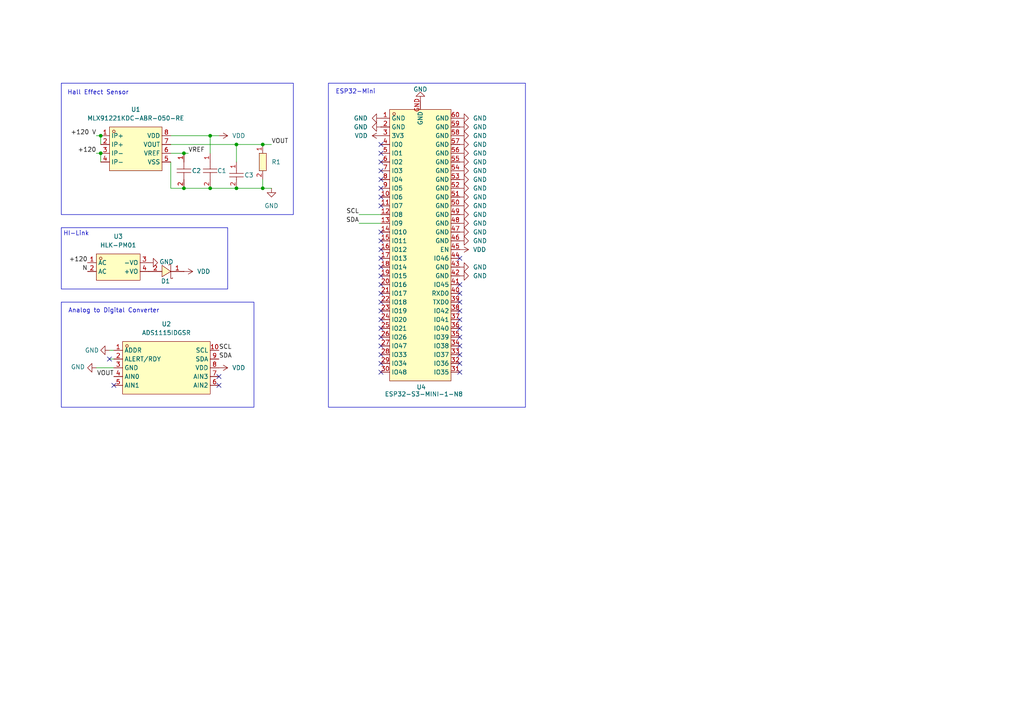
<source format=kicad_sch>
(kicad_sch (version 20250114) (generator "eeschema") (generator_version "9.0")
  (paper "A4")
  (title_block (title "LIQ PCB V2") (date "2026-01-25") (rev "V1") (company "LIQ"))
  (lib_symbols
    (symbol "10k:RC0603FR-0710KL" (pin_names (hide yes))
      (property "Reference" "R" (at 0 5.08 0))
      (property "Value" "RC0603FR-0710KL" (at 0 -5.08 0))
      (symbol "RC0603FR-0710KL_0_1"
        (rectangle (start -2.54 1.02) (end 2.54 -1.02) (fill (type background)))
        (pin input line (at -5.08 0 0) (length 2.54) (name "1") (number "1"))
        (pin input line (at 5.08 0 180) (length 2.54) (name "2") (number "2"))
      )
    )
    (symbol "4.7 nF:GRM1885C1H472JA01D" (pin_names (hide yes))
      (property "Reference" "C" (at 0 5.08 0))
      (property "Value" "GRM1885C1H472JA01D" (at 0 -5.08 0))
      (symbol "GRM1885C1H472JA01D_0_1"
        (polyline (pts (xy -1.27 0) (xy -0.51 0)))
        (polyline (pts (xy -0.51 2.03) (xy -0.51 -2.03)))
        (polyline (pts (xy 0.51 2.03) (xy 0.51 -2.03)))
        (polyline (pts (xy 0.51 0) (xy 1.27 0)))
        (pin input line (at -3.81 0 0) (length 2.54) (name "1") (number "1"))
        (pin input line (at 3.81 0 180) (length 2.54) (name "2") (number "2"))
      )
    )
    (symbol "C1:CL05B473KB5VPNC" (pin_names (hide yes))
      (property "Reference" "C" (at 0 10.16 0))
      (property "Value" "CL05B473KB5VPNC" (at 0 -10.16 0))
      (symbol "CL05B473KB5VPNC_0_1"
        (polyline (pts (xy -2.03 0.51) (xy 2.03 0.51)))
        (polyline (pts (xy 0 0.51) (xy 0 2.54)))
        (polyline (pts (xy 0 -2.54) (xy 0 -0.51)))
        (polyline (pts (xy 2.03 -0.51) (xy -2.03 -0.51)))
        (pin unspecified line (at 0 5.08 270) (length 2.54) (name "1") (number "1"))
        (pin unspecified line (at 0 -5.08 90) (length 2.54) (name "2") (number "2"))
      )
    )
    (symbol "CL05B473KB5VPNC_1" (pin_names (hide yes))
      (property "Reference" "C" (at 0 10.16 0))
      (property "Value" "CL05B473KB5VPNC" (at 0 -10.16 0))
      (symbol "CL05B473KB5VPNC_1_0_1"
        (polyline (pts (xy -2.03 0.51) (xy 2.03 0.51)))
        (polyline (pts (xy 0 0.51) (xy 0 2.54)))
        (polyline (pts (xy 0 -2.54) (xy 0 -0.51)))
        (polyline (pts (xy 2.03 -0.51) (xy -2.03 -0.51)))
        (pin unspecified line (at 0 5.08 270) (length 2.54) (name "1") (number "1"))
        (pin unspecified line (at 0 -5.08 90) (length 2.54) (name "2") (number "2"))
      )
    )
    (symbol "ESPRESSIF ESP32-S3-MINI-1-N8:ESP32-S3-MINI-1-N8"
      (property "Reference" "U" (at 0 46.99 0))
      (property "Value" "ESP32-S3-MINI-1-N8" (at 0 -41.91 0))
      (symbol "ESP32-S3-MINI-1-N8_0_1"
        (rectangle (start -8.89 39.37) (end 8.89 -39.37) (fill (type background)))
        (circle (center -7.62 38.1) (radius 0.38))
        (pin unspecified line (at -11.43 36.83 0) (length 2.54) (name "GND") (number "1"))
        (pin unspecified line (at -11.43 34.29 0) (length 2.54) (name "GND") (number "2"))
        (pin unspecified line (at -11.43 31.75 0) (length 2.54) (name "3V3") (number "3"))
        (pin unspecified line (at -11.43 29.21 0) (length 2.54) (name "IO0") (number "4"))
        (pin unspecified line (at -11.43 26.67 0) (length 2.54) (name "IO1") (number "5"))
        (pin unspecified line (at -11.43 24.13 0) (length 2.54) (name "IO2") (number "6"))
        (pin unspecified line (at -11.43 21.59 0) (length 2.54) (name "IO3") (number "7"))
        (pin unspecified line (at -11.43 19.05 0) (length 2.54) (name "IO4") (number "8"))
        (pin unspecified line (at -11.43 16.51 0) (length 2.54) (name "IO5") (number "9"))
        (pin unspecified line (at -11.43 13.97 0) (length 2.54) (name "IO6") (number "10"))
        (pin unspecified line (at -11.43 11.43 0) (length 2.54) (name "IO7") (number "11"))
        (pin unspecified line (at -11.43 8.89 0) (length 2.54) (name "IO8") (number "12"))
        (pin unspecified line (at -11.43 6.35 0) (length 2.54) (name "IO9") (number "13"))
        (pin unspecified line (at -11.43 3.81 0) (length 2.54) (name "IO10") (number "14"))
        (pin unspecified line (at -11.43 1.27 0) (length 2.54) (name "IO11") (number "15"))
        (pin unspecified line (at -11.43 -1.27 0) (length 2.54) (name "IO12") (number "16"))
        (pin unspecified line (at -11.43 -3.81 0) (length 2.54) (name "IO13") (number "17"))
        (pin unspecified line (at -11.43 -6.35 0) (length 2.54) (name "IO14") (number "18"))
        (pin unspecified line (at -11.43 -8.89 0) (length 2.54) (name "IO15") (number "19"))
        (pin unspecified line (at -11.43 -11.43 0) (length 2.54) (name "IO16") (number "20"))
        (pin unspecified line (at -11.43 -13.97 0) (length 2.54) (name "IO17") (number "21"))
        (pin unspecified line (at -11.43 -16.51 0) (length 2.54) (name "IO18") (number "22"))
        (pin unspecified line (at -11.43 -19.05 0) (length 2.54) (name "IO19") (number "23"))
        (pin unspecified line (at -11.43 -21.59 0) (length 2.54) (name "IO20") (number "24"))
        (pin unspecified line (at -11.43 -24.13 0) (length 2.54) (name "IO21") (number "25"))
        (pin unspecified line (at -11.43 -26.67 0) (length 2.54) (name "IO26") (number "26"))
        (pin unspecified line (at -11.43 -29.21 0) (length 2.54) (name "IO47") (number "27"))
        (pin unspecified line (at -11.43 -31.75 0) (length 2.54) (name "IO33") (number "28"))
        (pin unspecified line (at -11.43 -34.29 0) (length 2.54) (name "IO34") (number "29"))
        (pin unspecified line (at -11.43 -36.83 0) (length 2.54) (name "IO48") (number "30"))
        (pin unspecified line (at 0 41.91 270) (length 2.54) (name "GND") (number "GND"))
        (pin unspecified line (at 11.43 36.83 180) (length 2.54) (name "GND") (number "60"))
        (pin unspecified line (at 11.43 34.29 180) (length 2.54) (name "GND") (number "59"))
        (pin unspecified line (at 11.43 31.75 180) (length 2.54) (name "GND") (number "58"))
        (pin unspecified line (at 11.43 29.21 180) (length 2.54) (name "GND") (number "57"))
        (pin unspecified line (at 11.43 26.67 180) (length 2.54) (name "GND") (number "56"))
        (pin unspecified line (at 11.43 24.13 180) (length 2.54) (name "GND") (number "55"))
        (pin unspecified line (at 11.43 21.59 180) (length 2.54) (name "GND") (number "54"))
        (pin unspecified line (at 11.43 19.05 180) (length 2.54) (name "GND") (number "53"))
        (pin unspecified line (at 11.43 16.51 180) (length 2.54) (name "GND") (number "52"))
        (pin unspecified line (at 11.43 13.97 180) (length 2.54) (name "GND") (number "51"))
        (pin unspecified line (at 11.43 11.43 180) (length 2.54) (name "GND") (number "50"))
        (pin unspecified line (at 11.43 8.89 180) (length 2.54) (name "GND") (number "49"))
        (pin unspecified line (at 11.43 6.35 180) (length 2.54) (name "GND") (number "48"))
        (pin unspecified line (at 11.43 3.81 180) (length 2.54) (name "GND") (number "47"))
        (pin unspecified line (at 11.43 1.27 180) (length 2.54) (name "GND") (number "46"))
        (pin unspecified line (at 11.43 -1.27 180) (length 2.54) (name "EN") (number "45"))
        (pin unspecified line (at 11.43 -3.81 180) (length 2.54) (name "IO46") (number "44"))
        (pin unspecified line (at 11.43 -6.35 180) (length 2.54) (name "GND") (number "43"))
        (pin unspecified line (at 11.43 -8.89 180) (length 2.54) (name "GND") (number "42"))
        (pin unspecified line (at 11.43 -11.43 180) (length 2.54) (name "IO45") (number "41"))
        (pin unspecified line (at 11.43 -13.97 180) (length 2.54) (name "RXD0") (number "40"))
        (pin unspecified line (at 11.43 -16.51 180) (length 2.54) (name "TXD0") (number "39"))
        (pin unspecified line (at 11.43 -19.05 180) (length 2.54) (name "IO42") (number "38"))
        (pin unspecified line (at 11.43 -21.59 180) (length 2.54) (name "IO41") (number "37"))
        (pin unspecified line (at 11.43 -24.13 180) (length 2.54) (name "IO40") (number "36"))
        (pin unspecified line (at 11.43 -26.67 180) (length 2.54) (name "IO39") (number "35"))
        (pin unspecified line (at 11.43 -29.21 180) (length 2.54) (name "IO38") (number "34"))
        (pin unspecified line (at 11.43 -31.75 180) (length 2.54) (name "IO37") (number "33"))
        (pin unspecified line (at 11.43 -34.29 180) (length 2.54) (name "IO36") (number "32"))
        (pin unspecified line (at 11.43 -36.83 180) (length 2.54) (name "IO35") (number "31"))
      )
    )
    (symbol "HI-LINK HLK-PM01:HLK-PM01"
      (property "Reference" "U" (at 0 6.35 0))
      (property "Value" "HLK-PM01" (at 0 -6.35 0))
      (symbol "HLK-PM01_0_1"
        (rectangle (start -6.35 3.81) (end 6.35 -3.81) (fill (type background)))
        (circle (center -5.08 2.54) (radius 0.38))
        (pin unspecified line (at -8.89 1.27 0) (length 2.54) (name "AC") (number "1"))
        (pin unspecified line (at -8.89 -1.27 0) (length 2.54) (name "AC") (number "2"))
        (pin unspecified line (at 8.89 1.27 180) (length 2.54) (name "-VO") (number "3"))
        (pin unspecified line (at 8.89 -1.27 180) (length 2.54) (name "+VO") (number "4"))
      )
    )
    (symbol "Melexis MLX91221KDC-ABR-050-RE:MLX91221KDC-ABR-050-RE"
      (property "Reference" "U" (at 0 10.16 0))
      (property "Value" "MLX91221KDC-ABR-050-RE" (at 0 -7.62 0))
      (symbol "MLX91221KDC-ABR-050-RE_0_1"
        (rectangle (start -7.62 7.62) (end 7.62 -5.08) (fill (type background)))
        (circle (center -6.35 6.35) (radius 0.38))
        (pin unspecified line (at -10.16 5.08 0) (length 2.54) (name "IP+") (number "1"))
        (pin unspecified line (at -10.16 2.54 0) (length 2.54) (name "IP+") (number "2"))
        (pin unspecified line (at -10.16 0 0) (length 2.54) (name "IP-") (number "3"))
        (pin unspecified line (at -10.16 -2.54 0) (length 2.54) (name "IP-") (number "4"))
        (pin unspecified line (at 10.16 5.08 180) (length 2.54) (name "VDD") (number "8"))
        (pin unspecified line (at 10.16 2.54 180) (length 2.54) (name "VOUT") (number "7"))
        (pin unspecified line (at 10.16 0 180) (length 2.54) (name "VREF") (number "6"))
        (pin unspecified line (at 10.16 -2.54 180) (length 2.54) (name "VSS") (number "5"))
      )
    )
    (symbol "SS14:SS14_C466498" (pin_names (hide yes))
      (property "Reference" "D" (at 0 5.08 0))
      (property "Value" "SS14_C466498" (at 0 -5.08 0))
      (symbol "SS14_C466498_0_1"
        (polyline (pts (xy -1.78 1.78) (xy -1.78 2.03) (xy -1.27 2.03) (xy -1.27 -2.03) (xy -0.76 -2.03) (xy -0.76 -1.78)))
        (polyline (pts (xy 1.27 1.52) (xy -1.27 0) (xy 1.27 -1.78) (xy 1.27 1.52)) (fill (type background)))
        (pin unspecified line (at -5.08 0 0) (length 3.81) (name "C") (number "1"))
        (pin unspecified line (at 5.08 0 180) (length 3.81) (name "A") (number "2"))
      )
    )
    (symbol "TI ADS1115IDGSR:ADS1115IDGSR"
      (property "Reference" "U" (at 0 10.16 0))
      (property "Value" "ADS1115IDGSR" (at 0 -10.16 0))
      (symbol "ADS1115IDGSR_0_1"
        (rectangle (start -12.7 7.62) (end 12.7 -7.62) (fill (type background)))
        (circle (center -11.43 6.35) (radius 0.38))
        (pin unspecified line (at -15.24 5.08 0) (length 2.54) (name "ADDR") (number "1"))
        (pin unspecified line (at -15.24 2.54 0) (length 2.54) (name "ALERT/RDY") (number "2"))
        (pin unspecified line (at -15.24 0 0) (length 2.54) (name "GND") (number "3"))
        (pin unspecified line (at -15.24 -2.54 0) (length 2.54) (name "AIN0") (number "4"))
        (pin unspecified line (at -15.24 -5.08 0) (length 2.54) (name "AIN1") (number "5"))
        (pin unspecified line (at 15.24 5.08 180) (length 2.54) (name "SCL") (number "10"))
        (pin unspecified line (at 15.24 2.54 180) (length 2.54) (name "SDA") (number "9"))
        (pin unspecified line (at 15.24 0 180) (length 2.54) (name "VDD") (number "8"))
        (pin unspecified line (at 15.24 -2.54 180) (length 2.54) (name "AIN3") (number "7"))
        (pin unspecified line (at 15.24 -5.08 180) (length 2.54) (name "AIN2") (number "6"))
      )
    )
    (symbol "power:GND" (power) (pin_numbers (hide yes)) (pin_names (offset 0) (hide yes))
      (property "Value" "GND" (at 0 -3.81 0))
      (symbol "GND_0_1"
        (polyline (pts (xy 0 0) (xy 0 -1.27) (xy 1.27 -1.27) (xy 0 -2.54) (xy -1.27 -1.27) (xy 0 -1.27)))
      )
      (symbol "GND_1_1"
        (pin power_in line (at 0 0 270) (length 0) (name "~") (number "1"))
      )
    )
    (symbol "power:VDD" (power) (pin_numbers (hide yes)) (pin_names (offset 0) (hide yes))
      (property "Value" "VDD" (at 0 3.556 0))
      (symbol "VDD_0_1"
        (polyline (pts (xy -0.762 1.27) (xy 0 2.54)))
        (polyline (pts (xy 0 2.54) (xy 0.762 1.27)))
        (polyline (pts (xy 0 0) (xy 0 2.54)))
      )
      (symbol "VDD_1_1"
        (pin power_in line (at 0 0 90) (length 0) (name "~") (number "1"))
      )
    )
  )
  (rectangle (start 17.78 66.04) (end 66.04 83.82))
  (rectangle (start 95.25 24.13) (end 152.4 118.11))
  (rectangle (start 17.78 87.63) (end 73.66 118.11))
  (rectangle (start 17.78 24.13) (end 85.09 62.23))
  (text "ESP32-Mini" (at 103.124 26.67 0) (effects (font (size 1.27 1.27))))
  (text "Analog to Digital Converter\n" (at 33.02 90.17 0) (effects (font (size 1.27 1.27))))
  (text "Hall Effect Sensor\n" (at 28.448 26.924 0) (effects (font (size 1.27 1.27))))
  (text "HI-Link" (at 22.098 67.818 0) (effects (font (size 1.27 1.27))))
  (junction (at 68.58 41.91))
  (junction (at 29.21 39.37))
  (junction (at 29.21 44.45))
  (junction (at 53.34 54.61))
  (junction (at 68.58 54.61))
  (junction (at 76.2 54.61))
  (junction (at 53.34 44.45))
  (junction (at 60.96 54.61))
  (junction (at 76.2 41.91))
  (junction (at 60.96 39.37))
  (no_connect (at 110.49 57.15))
  (no_connect (at 110.49 87.63))
  (no_connect (at 110.49 69.85))
  (no_connect (at 133.35 95.25))
  (no_connect (at 110.49 85.09))
  (no_connect (at 110.49 105.41))
  (no_connect (at 110.49 52.07))
  (no_connect (at 63.5 109.22))
  (no_connect (at 110.49 72.39))
  (no_connect (at 110.49 54.61))
  (no_connect (at 133.35 105.41))
  (no_connect (at 110.49 74.93))
  (no_connect (at 63.5 111.76))
  (no_connect (at 133.35 102.87))
  (no_connect (at 133.35 97.79))
  (no_connect (at 110.49 82.55))
  (no_connect (at 110.49 102.87))
  (no_connect (at 133.35 92.71))
  (no_connect (at 110.49 80.01))
  (no_connect (at 133.35 100.33))
  (no_connect (at 110.49 49.53))
  (no_connect (at 133.35 90.17))
  (no_connect (at 33.02 111.76))
  (no_connect (at 133.35 107.95))
  (no_connect (at 133.35 85.09))
  (no_connect (at 110.49 59.69))
  (no_connect (at 110.49 107.95))
  (no_connect (at 110.49 95.25))
  (no_connect (at 110.49 90.17))
  (no_connect (at 31.75 104.14))
  (no_connect (at 133.35 87.63))
  (no_connect (at 110.49 100.33))
  (no_connect (at 110.49 46.99))
  (no_connect (at 110.49 92.71))
  (no_connect (at 133.35 74.93))
  (no_connect (at 110.49 77.47))
  (no_connect (at 110.49 41.91))
  (no_connect (at 110.49 97.79))
  (no_connect (at 133.35 82.55))
  (no_connect (at 110.49 44.45))
  (no_connect (at 110.49 67.31))
  (wire (pts (xy 60.96 39.37) (xy 49.53 39.37)))
  (wire (pts (xy 110.49 64.77) (xy 104.14 64.77)))
  (wire (pts (xy 76.2 54.61) (xy 78.74 54.61)))
  (wire (pts (xy 49.53 41.91) (xy 68.58 41.91)))
  (wire (pts (xy 76.2 52.07) (xy 76.2 54.61)))
  (wire (pts (xy 68.58 41.91) (xy 68.58 46.99)))
  (wire (pts (xy 68.58 54.61) (xy 76.2 54.61)))
  (wire (pts (xy 76.2 41.91) (xy 78.74 41.91)))
  (wire (pts (xy 49.53 46.99) (xy 49.53 54.61)))
  (wire (pts (xy 110.49 62.23) (xy 104.14 62.23)))
  (wire (pts (xy 29.21 44.45) (xy 29.21 46.99)))
  (wire (pts (xy 60.96 39.37) (xy 60.96 44.45)))
  (wire (pts (xy 49.53 54.61) (xy 53.34 54.61)))
  (wire (pts (xy 53.34 54.61) (xy 60.96 54.61)))
  (wire (pts (xy 27.94 44.45) (xy 29.21 44.45)))
  (wire (pts (xy 53.34 44.45) (xy 54.61 44.45)))
  (wire (pts (xy 60.96 54.61) (xy 68.58 54.61)))
  (wire (pts (xy 60.96 39.37) (xy 63.5 39.37)))
  (wire (pts (xy 68.58 41.91) (xy 76.2 41.91)))
  (wire (pts (xy 31.75 101.6) (xy 33.02 101.6)))
  (wire (pts (xy 49.53 44.45) (xy 53.34 44.45)))
  (wire (pts (xy 27.94 39.37) (xy 29.21 39.37)))
  (wire (pts (xy 27.94 106.68) (xy 33.02 106.68)))
  (wire (pts (xy 31.75 104.14) (xy 33.02 104.14)))
  (wire (pts (xy 29.21 39.37) (xy 29.21 41.91)))
  (label "VOUT" (at 33.02 109.22 180))
  (label "N" (at 25.4 78.74 180))
  (label "SCL" (at 63.5 101.6 0))
  (label "SCL" (at 104.14 62.23 180))
  (label "SDA" (at 104.14 64.77 180))
  (label "+120 V" (at 27.94 39.37 180))
  (label "+120" (at 25.4 76.2 180))
  (label "VOUT" (at 78.74 41.91 0))
  (label "SDA" (at 63.5 104.14 0))
  (label "VREF" (at 54.61 44.45 0))
  (label "+120" (at 27.94 44.45 180))
  (symbol (lib_id "power:VDD") (at 53.34 78.74 270) (unit 1)
    (property "Reference" "#PWR05" (effects (hide yes)))
    (property "Value" "VDD" (at 57.15 78.7399 90) (effects (justify left)))
    (property "Description" "Power symbol creates a global label with name \"VDD\"" (effects (hide yes)))
  )
  (symbol (lib_id "power:GND") (at 133.35 44.45 90) (unit 1)
    (property "Reference" "#PWR014" (effects (hide yes)))
    (property "Value" "GND" (at 137.16 44.4499 90) (effects (justify right)))
    (property "Description" "Power symbol creates a global label with name \"GND\" , ground" (effects (hide yes)))
  )
  (symbol (lib_id "power:GND") (at 133.35 69.85 90) (unit 1)
    (property "Reference" "#PWR024" (effects (hide yes)))
    (property "Value" "GND" (at 137.16 69.8499 90) (effects (justify right)))
    (property "Description" "Power symbol creates a global label with name \"GND\" , ground" (effects (hide yes)))
  )
  (symbol (lib_id "power:GND") (at 133.35 46.99 90) (unit 1)
    (property "Reference" "#PWR015" (effects (hide yes)))
    (property "Value" "GND" (at 137.16 46.9899 90) (effects (justify right)))
    (property "Description" "Power symbol creates a global label with name \"GND\" , ground" (effects (hide yes)))
  )
  (symbol (lib_id "power:GND") (at 121.92 29.21 180) (unit 1)
    (property "Reference" "#PWR029" (effects (hide yes)))
    (property "Value" "GND" (at 121.92 25.908 0))
    (property "Description" "Power symbol creates a global label with name \"GND\" , ground" (effects (hide yes)))
  )
  (symbol (lib_id "power:GND") (at 133.35 54.61 90) (unit 1)
    (property "Reference" "#PWR018" (effects (hide yes)))
    (property "Value" "GND" (at 137.16 54.6099 90) (effects (justify right)))
    (property "Description" "Power symbol creates a global label with name \"GND\" , ground" (effects (hide yes)))
  )
  (symbol (lib_id "power:GND") (at 133.35 64.77 90) (unit 1)
    (property "Reference" "#PWR022" (effects (hide yes)))
    (property "Value" "GND" (at 137.16 64.7699 90) (effects (justify right)))
    (property "Description" "Power symbol creates a global label with name \"GND\" , ground" (effects (hide yes)))
  )
  (symbol (lib_id "power:GND") (at 133.35 39.37 90) (unit 1)
    (property "Reference" "#PWR012" (effects (hide yes)))
    (property "Value" "GND" (at 137.16 39.3699 90) (effects (justify right)))
    (property "Description" "Power symbol creates a global label with name \"GND\" , ground" (effects (hide yes)))
  )
  (symbol (lib_id "4.7 nF:GRM1885C1H472JA01D") (at 68.58 50.8 270) (unit 1)
    (property "Reference" "C3" (at 70.866 50.8 90) (effects (justify left)))
    (property "Value" "4.7nF" (effects (hide yes)))
    (property "Footprint" "4:C0603" (effects (hide yes)))
    (property "Datasheet" "https://lcsc.com/product-detail/Multilayer-Ceramic-Capacitors-MLCC-SMD-SMT_muRata_GRM1885C1H472JA01D_4-7nF-472-5-50V_C85980.html" (effects (hide yes)))
    (property "LCSC Part" "C85980" (effects (hide yes)))
  )
  (symbol (lib_id "power:GND") (at 133.35 59.69 90) (unit 1)
    (property "Reference" "#PWR020" (effects (hide yes)))
    (property "Value" "GND" (at 137.16 59.6899 90) (effects (justify right)))
    (property "Description" "Power symbol creates a global label with name \"GND\" , ground" (effects (hide yes)))
  )
  (symbol (lib_id "power:GND") (at 78.74 54.61 0) (unit 1)
    (property "Reference" "#PWR02" (effects (hide yes)))
    (property "Value" "GND" (at 78.74 59.69 0))
    (property "Description" "Power symbol creates a global label with name \"GND\" , ground" (effects (hide yes)))
  )
  (symbol (lib_id "HI-LINK HLK-PM01:HLK-PM01") (at 34.29 77.47 0) (unit 1)
    (property "Reference" "U3" (at 34.29 68.58 0))
    (property "Value" "HLK-PM01" (at 34.29 71.12 0))
    (property "Footprint" "HI-LINK HLK-PM01:PWRM-TH_HLK-PM01" (effects (hide yes)))
    (property "Datasheet" "https://lcsc.com/product-detail/New-Arrivals_HI-LINK-HLK-PM01_C209903.html" (effects (hide yes)))
    (property "LCSC Part" "C209903" (effects (hide yes)))
  )
  (symbol (lib_id "power:GND") (at 133.35 80.01 90) (unit 1)
    (property "Reference" "#PWR028" (effects (hide yes)))
    (property "Value" "GND" (at 137.16 80.0099 90) (effects (justify right)))
    (property "Description" "Power symbol creates a global label with name \"GND\" , ground" (effects (hide yes)))
  )
  (symbol (lib_id "power:GND") (at 110.49 34.29 270) (unit 1)
    (property "Reference" "#PWR08" (effects (hide yes)))
    (property "Value" "GND" (at 106.68 34.2899 90) (effects (justify right)))
    (property "Description" "Power symbol creates a global label with name \"GND\" , ground" (effects (hide yes)))
  )
  (symbol (lib_id "ESPRESSIF ESP32-S3-MINI-1-N8:ESP32-S3-MINI-1-N8") (at 121.92 71.12 0) (unit 1)
    (property "Reference" "U4" (at 122.174 112.268 0))
    (property "Value" "ESP32-S3-MINI-1-N8" (at 122.936 114.3 0))
    (property "Footprint" "ESPRESSIF ESP32-S3-MINI-1-N8:BULETM-SMD_ESP32-S3-MINI-1-N8" (effects (hide yes)))
    (property "LCSC Part" "C2913206" (effects (hide yes)))
  )
  (symbol (lib_id "10k:RC0603FR-0710KL") (at 76.2 46.99 270) (unit 1)
    (property "Reference" "R1" (at 78.74 46.9899 90) (effects (justify left)))
    (property "Value" "RC0603FR-0710KL" (effects (hide yes)))
    (property "Footprint" "10k:R0603" (effects (hide yes)))
    (property "Datasheet" "https://lcsc.com/product-detail/Chip-Resistor-Surface-Mount_10KR-1_C98220.html" (effects (hide yes)))
    (property "LCSC Part" "C98220" (effects (hide yes)))
  )
  (symbol (lib_id "C1:CL05B473KB5VPNC") (at 60.96 49.53 0) (unit 1)
    (property "Reference" "C1" (at 62.992 49.53 0) (effects (justify left)))
    (property "Value" "47nF" (effects (hide yes)))
    (property "Footprint" "C1:C0402" (effects (hide yes)))
    (property "Datasheet" "https://lcsc.com/product-detail/Others_Samsung-Electro-Mechanics_CL05B473KB5VPNC_Samsung-Electro-Mechanics-CL05B473KB5VPNC_C307339.html" (effects (hide yes)))
    (property "LCSC Part" "C307339" (effects (hide yes)))
  )
  (symbol (lib_id "power:VDD") (at 63.5 106.68 270) (unit 1)
    (property "Reference" "#PWR07" (effects (hide yes)))
    (property "Value" "VDD" (at 67.31 106.6799 90) (effects (justify left)))
    (property "Description" "Power symbol creates a global label with name \"VDD\"" (effects (hide yes)))
  )
  (symbol (lib_id "power:GND") (at 133.35 62.23 90) (unit 1)
    (property "Reference" "#PWR021" (effects (hide yes)))
    (property "Value" "GND" (at 137.16 62.2299 90) (effects (justify right)))
    (property "Description" "Power symbol creates a global label with name \"GND\" , ground" (effects (hide yes)))
  )
  (symbol (lib_id "power:GND") (at 133.35 52.07 90) (unit 1)
    (property "Reference" "#PWR017" (effects (hide yes)))
    (property "Value" "GND" (at 137.16 52.0699 90) (effects (justify right)))
    (property "Description" "Power symbol creates a global label with name \"GND\" , ground" (effects (hide yes)))
  )
  (symbol (lib_id "power:VDD") (at 110.49 39.37 90) (unit 1)
    (property "Reference" "#PWR025" (effects (hide yes)))
    (property "Value" "VDD" (at 106.68 39.3701 90) (effects (justify left)))
    (property "Description" "Power symbol creates a global label with name \"VDD\"" (effects (hide yes)))
  )
  (symbol (lib_id "power:GND") (at 133.35 57.15 90) (unit 1)
    (property "Reference" "#PWR019" (effects (hide yes)))
    (property "Value" "GND" (at 137.16 57.1499 90) (effects (justify right)))
    (property "Description" "Power symbol creates a global label with name \"GND\" , ground" (effects (hide yes)))
  )
  (symbol (lib_id "TI ADS1115IDGSR:ADS1115IDGSR") (at 48.26 106.68 0) (unit 1)
    (property "Reference" "U2" (at 48.26 93.98 0))
    (property "Value" "ADS1115IDGSR" (at 48.26 96.52 0))
    (property "Footprint" "TI ADS1115IDGSR:MSOP-10_L3.0-W3.0-P0.50-LS5.0-BL" (effects (hide yes)))
    (property "Datasheet" "https://lcsc.com/product-detail/Analog-To-Digital-Converters-ADCs_TI_ADS1115IDGSR_ADS1115IDGSR_C37593.html" (effects (hide yes)))
    (property "LCSC Part" "C37593" (effects (hide yes)))
  )
  (symbol (lib_id "power:GND") (at 31.75 101.6 270) (unit 1)
    (property "Reference" "#PWR04" (effects (hide yes)))
    (property "Value" "GND" (at 28.702 101.6 90) (effects (justify right)))
    (property "Description" "Power symbol creates a global label with name \"GND\" , ground" (effects (hide yes)))
  )
  (symbol (lib_id "power:GND") (at 43.18 76.2 90) (unit 1)
    (property "Reference" "#PWR06" (effects (hide yes)))
    (property "Value" "GND" (at 46.228 75.946 90) (effects (justify right)))
    (property "Description" "Power symbol creates a global label with name \"GND\" , ground" (effects (hide yes)))
  )
  (symbol (lib_id "power:GND") (at 27.94 106.68 270) (unit 1)
    (property "Reference" "#PWR03" (effects (hide yes)))
    (property "Value" "GND" (at 24.638 106.426 90) (effects (justify right)))
    (property "Description" "Power symbol creates a global label with name \"GND\" , ground" (effects (hide yes)))
  )
  (symbol (lib_id "power:GND") (at 133.35 77.47 90) (unit 1)
    (property "Reference" "#PWR027" (effects (hide yes)))
    (property "Value" "GND" (at 137.16 77.4699 90) (effects (justify right)))
    (property "Description" "Power symbol creates a global label with name \"GND\" , ground" (effects (hide yes)))
  )
  (symbol (lib_id "power:GND") (at 110.49 36.83 270) (unit 1)
    (property "Reference" "#PWR09" (effects (hide yes)))
    (property "Value" "GND" (at 106.68 36.8299 90) (effects (justify right)))
    (property "Description" "Power symbol creates a global label with name \"GND\" , ground" (effects (hide yes)))
  )
  (symbol (lib_id "power:VDD") (at 63.5 39.37 270) (unit 1)
    (property "Reference" "#PWR01" (effects (hide yes)))
    (property "Value" "VDD" (at 67.31 39.3699 90) (effects (justify left)))
    (property "Description" "Power symbol creates a global label with name \"VDD\"" (effects (hide yes)))
  )
  (symbol (lib_id "power:GND") (at 133.35 34.29 90) (unit 1)
    (property "Reference" "#PWR010" (effects (hide yes)))
    (property "Value" "GND" (at 137.16 34.2899 90) (effects (justify right)))
    (property "Description" "Power symbol creates a global label with name \"GND\" , ground" (effects (hide yes)))
  )
  (symbol (lib_id "Melexis MLX91221KDC-ABR-050-RE:MLX91221KDC-ABR-050-RE") (at 39.37 44.45 0) (unit 1)
    (property "Reference" "U1" (at 39.37 31.75 0))
    (property "Value" "MLX91221KDC-ABR-050-RE" (at 39.37 34.29 0))
    (property "Footprint" "Melexis MLX91221KDC-ABR-050-RE:SOIC-8_L4.9-W3.9-P1.27-LS6.0-BL" (effects (hide yes)))
    (property "LCSC Part" "C3684454" (effects (hide yes)))
  )
  (symbol (lib_id "power:GND") (at 133.35 41.91 90) (unit 1)
    (property "Reference" "#PWR013" (effects (hide yes)))
    (property "Value" "GND" (at 137.16 41.9099 90) (effects (justify right)))
    (property "Description" "Power symbol creates a global label with name \"GND\" , ground" (effects (hide yes)))
  )
  (symbol (lib_id "SS14:SS14_C466498") (at 48.26 78.74 180) (unit 1)
    (property "Reference" "D1" (at 48.006 81.534 0))
    (property "Value" "SS14_C466498" (effects (hide yes)))
    (property "Footprint" "SS14:SMA_L4.2-W2.6-LS5.3-RD" (effects (hide yes)))
    (property "Datasheet" "https://lcsc.com/product-detail/Schottky-Barrier-Diodes-SBD_High-Diode-SS14_C466498.html" (effects (hide yes)))
    (property "LCSC Part" "C466498" (effects (hide yes)))
  )
  (symbol (lib_id "power:GND") (at 133.35 49.53 90) (unit 1)
    (property "Reference" "#PWR016" (effects (hide yes)))
    (property "Value" "GND" (at 137.16 49.5299 90) (effects (justify right)))
    (property "Description" "Power symbol creates a global label with name \"GND\" , ground" (effects (hide yes)))
  )
  (symbol (lib_name "CL05B473KB5VPNC_1") (lib_id "C1:CL05B473KB5VPNC") (at 53.34 49.53 0) (unit 1)
    (property "Reference" "C2" (at 55.626 49.53 0) (effects (justify left)))
    (property "Value" "47nF" (effects (hide yes)))
    (property "Footprint" "C1:C0402" (effects (hide yes)))
    (property "Datasheet" "https://lcsc.com/product-detail/Others_Samsung-Electro-Mechanics_CL05B473KB5VPNC_Samsung-Electro-Mechanics-CL05B473KB5VPNC_C307339.html" (effects (hide yes)))
    (property "LCSC Part" "C307339" (effects (hide yes)))
  )
  (symbol (lib_id "power:GND") (at 133.35 36.83 90) (unit 1)
    (property "Reference" "#PWR011" (effects (hide yes)))
    (property "Value" "GND" (at 137.16 36.8299 90) (effects (justify right)))
    (property "Description" "Power symbol creates a global label with name \"GND\" , ground" (effects (hide yes)))
  )
  (symbol (lib_id "power:VDD") (at 133.35 72.39 270) (unit 1)
    (property "Reference" "#PWR026" (effects (hide yes)))
    (property "Value" "VDD" (at 137.16 72.3899 90) (effects (justify left)))
    (property "Description" "Power symbol creates a global label with name \"VDD\"" (effects (hide yes)))
  )
  (symbol (lib_id "power:GND") (at 133.35 67.31 90) (unit 1)
    (property "Reference" "#PWR023" (effects (hide yes)))
    (property "Value" "GND" (at 137.16 67.3099 90) (effects (justify right)))
    (property "Description" "Power symbol creates a global label with name \"GND\" , ground" (effects (hide yes)))
  )
)
</source>
